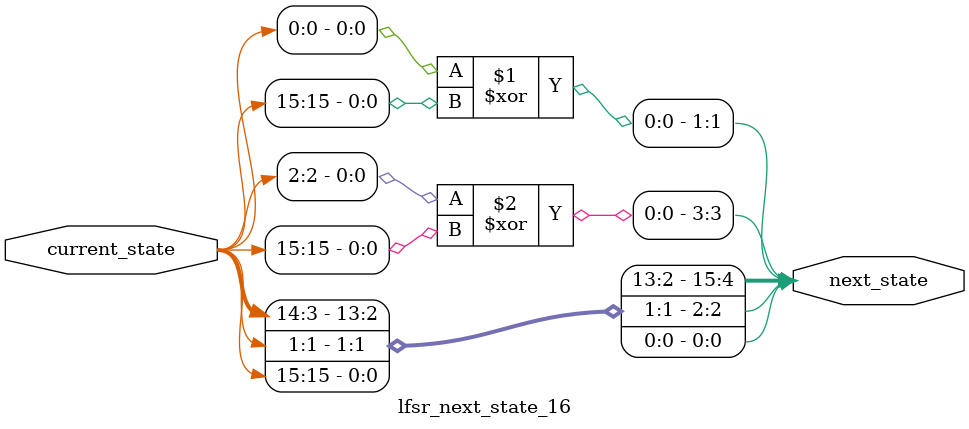
<source format=sv>
module rng_galois_lfsr_2(
    input             clk,
    input             rst_n,
    input             enable,
    input             flush,
    output [15:0]     data_out,
    output            valid_out
);
    // Stage 1: LFSR State Register
    reg  [15:0] lfsr_state_stage1;
    reg         valid_stage1;
    wire [15:0] next_lfsr_state_stage1;
    wire        valid_in_stage1;

    // Stage 2: Next State Calculation
    reg  [15:0] next_lfsr_state_stage2;
    reg         valid_stage2;

    // Stage 3: Output Register
    reg  [15:0] data_out_stage3;
    reg         valid_stage3;

    // Valid input for stage1: enable && not flushing
    assign valid_in_stage1 = enable && !flush;

    // Stage 1: Capture current LFSR state
    always @(posedge clk or negedge rst_n) begin
        if (!rst_n) begin
            lfsr_state_stage1 <= 16'hACE1;
            valid_stage1      <= 1'b0;
        end else if (flush) begin
            lfsr_state_stage1 <= 16'hACE1;
            valid_stage1      <= 1'b0;
        end else if (valid_in_stage1) begin
            lfsr_state_stage1 <= next_lfsr_state_stage2; // feedback from Stage2
            valid_stage1      <= 1'b1;
        end else if (!valid_in_stage1) begin
            valid_stage1      <= 1'b0;
        end
    end

    // Stage 2: Next State Calculation (combinational -> registered)
    lfsr_next_state_16 u_lfsr_next_state_16 (
        .current_state(lfsr_state_stage1),
        .next_state(next_lfsr_state_stage1)
    );

    always @(posedge clk or negedge rst_n) begin
        if (!rst_n) begin
            next_lfsr_state_stage2 <= 16'hACE1;
            valid_stage2           <= 1'b0;
        end else if (flush) begin
            next_lfsr_state_stage2 <= 16'hACE1;
            valid_stage2           <= 1'b0;
        end else begin
            next_lfsr_state_stage2 <= next_lfsr_state_stage1;
            valid_stage2           <= valid_stage1;
        end
    end

    // Stage 3: Output Register
    always @(posedge clk or negedge rst_n) begin
        if (!rst_n) begin
            data_out_stage3 <= 16'hACE1;
            valid_stage3    <= 1'b0;
        end else if (flush) begin
            data_out_stage3 <= 16'hACE1;
            valid_stage3    <= 1'b0;
        end else begin
            data_out_stage3 <= lfsr_state_stage1;
            valid_stage3    <= valid_stage2;
        end
    end

    assign data_out  = data_out_stage3;
    assign valid_out = valid_stage3;

endmodule

// -------------------------------------------------------------------
// Submodule: lfsr_next_state_16
// Function: Computes next state for 16-bit Galois LFSR with taps at 16, 14, 13, 11 (as per original polynomial)
// -------------------------------------------------------------------
module lfsr_next_state_16(
    input  [15:0] current_state,
    output [15:0] next_state
);
    assign next_state[0]      = current_state[15];
    assign next_state[1]      = current_state[0] ^ current_state[15];
    assign next_state[2]      = current_state[1];
    assign next_state[3]      = current_state[2] ^ current_state[15];
    assign next_state[15:4]   = current_state[14:3];
endmodule
</source>
